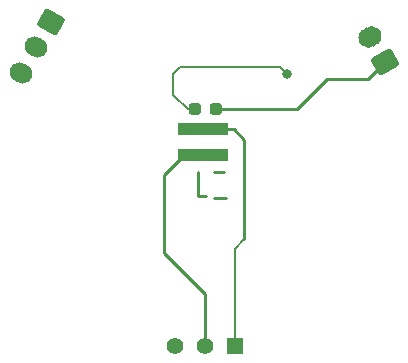
<source format=gbr>
%TF.GenerationSoftware,KiCad,Pcbnew,(6.0.8-1)-1*%
%TF.CreationDate,2022-11-30T21:50:01-05:00*%
%TF.ProjectId,Untitled,556e7469-746c-4656-942e-6b696361645f,rev?*%
%TF.SameCoordinates,Original*%
%TF.FileFunction,Copper,L1,Top*%
%TF.FilePolarity,Positive*%
%FSLAX46Y46*%
G04 Gerber Fmt 4.6, Leading zero omitted, Abs format (unit mm)*
G04 Created by KiCad (PCBNEW (6.0.8-1)-1) date 2022-11-30 21:50:01*
%MOMM*%
%LPD*%
G01*
G04 APERTURE LIST*
G04 Aperture macros list*
%AMRoundRect*
0 Rectangle with rounded corners*
0 $1 Rounding radius*
0 $2 $3 $4 $5 $6 $7 $8 $9 X,Y pos of 4 corners*
0 Add a 4 corners polygon primitive as box body*
4,1,4,$2,$3,$4,$5,$6,$7,$8,$9,$2,$3,0*
0 Add four circle primitives for the rounded corners*
1,1,$1+$1,$2,$3*
1,1,$1+$1,$4,$5*
1,1,$1+$1,$6,$7*
1,1,$1+$1,$8,$9*
0 Add four rect primitives between the rounded corners*
20,1,$1+$1,$2,$3,$4,$5,0*
20,1,$1+$1,$4,$5,$6,$7,0*
20,1,$1+$1,$6,$7,$8,$9,0*
20,1,$1+$1,$8,$9,$2,$3,0*%
%AMHorizOval*
0 Thick line with rounded ends*
0 $1 width*
0 $2 $3 position (X,Y) of the first rounded end (center of the circle)*
0 $4 $5 position (X,Y) of the second rounded end (center of the circle)*
0 Add line between two ends*
20,1,$1,$2,$3,$4,$5,0*
0 Add two circle primitives to create the rounded ends*
1,1,$1,$2,$3*
1,1,$1,$4,$5*%
G04 Aperture macros list end*
%TA.AperFunction,SMDPad,CuDef*%
%ADD10RoundRect,0.237500X-0.287500X-0.237500X0.287500X-0.237500X0.287500X0.237500X-0.287500X0.237500X0*%
%TD*%
%TA.AperFunction,SMDPad,CuDef*%
%ADD11R,4.300000X1.100000*%
%TD*%
%TA.AperFunction,ComponentPad*%
%ADD12RoundRect,0.250000X-0.327868X0.882115X-0.927868X-0.157115X0.327868X-0.882115X0.927868X0.157115X0*%
%TD*%
%TA.AperFunction,ComponentPad*%
%ADD13HorizOval,1.700000X-0.108253X0.062500X0.108253X-0.062500X0*%
%TD*%
%TA.AperFunction,ComponentPad*%
%ADD14R,1.397000X1.397000*%
%TD*%
%TA.AperFunction,ComponentPad*%
%ADD15C,1.397000*%
%TD*%
%TA.AperFunction,ComponentPad*%
%ADD16RoundRect,0.250000X0.949519X-0.144615X0.349519X0.894615X-0.949519X0.144615X-0.349519X-0.894615X0*%
%TD*%
%TA.AperFunction,ComponentPad*%
%ADD17HorizOval,1.700000X0.129904X0.075000X-0.129904X-0.075000X0*%
%TD*%
%TA.AperFunction,ViaPad*%
%ADD18C,0.800000*%
%TD*%
%TA.AperFunction,Conductor*%
%ADD19C,0.200000*%
%TD*%
%TA.AperFunction,Conductor*%
%ADD20C,0.250000*%
%TD*%
G04 APERTURE END LIST*
D10*
%TO.P,REF\u002A\u002A,1*%
%TO.N,N/C*%
X102865000Y-55200000D03*
%TO.P,REF\u002A\u002A,2*%
X104615000Y-55200000D03*
%TD*%
D11*
%TO.P,REF\u002A\u002A,1*%
%TO.N,N/C*%
X103490000Y-56910000D03*
%TO.P,REF\u002A\u002A,2*%
X103490000Y-59110000D03*
%TD*%
D12*
%TO.P,REF\u002A\u002A,1*%
%TO.N,N/C*%
X90600000Y-47800000D03*
D13*
%TO.P,REF\u002A\u002A,2*%
X89350000Y-49965064D03*
%TO.P,REF\u002A\u002A,3*%
X88100000Y-52130127D03*
%TD*%
D14*
%TO.P,REF\u002A\u002A,1*%
%TO.N,N/C*%
X106187500Y-75250100D03*
D15*
%TO.P,REF\u002A\u002A,2*%
X103647500Y-75250100D03*
%TO.P,REF\u002A\u002A,3*%
X101107500Y-75250100D03*
%TD*%
D16*
%TO.P,REF\u002A\u002A,1*%
%TO.N,N/C*%
X118879664Y-51220032D03*
D17*
%TO.P,REF\u002A\u002A,2*%
X117629664Y-49054968D03*
%TD*%
D18*
%TO.N,*%
X110600000Y-52200000D03*
%TD*%
D19*
%TO.N,*%
X110600000Y-52200000D02*
X110000000Y-51600000D01*
D20*
X103490000Y-59110000D02*
X101890000Y-59110000D01*
X101890000Y-59110000D02*
X100200000Y-60800000D01*
X114042316Y-52642316D02*
X117457380Y-52642316D01*
X100200000Y-67400000D02*
X103672500Y-70872500D01*
X103490000Y-56910000D02*
X106110000Y-56910000D01*
D19*
X101000000Y-54000000D02*
X102200000Y-55200000D01*
D20*
X111484632Y-55200000D02*
X114042316Y-52642316D01*
D19*
X110000000Y-51600000D02*
X101600000Y-51600000D01*
D20*
X103110000Y-62570000D02*
X103110000Y-60540000D01*
X103647500Y-70897500D02*
X103647500Y-75250100D01*
X104410000Y-60480000D02*
X105260000Y-60480000D01*
X117457380Y-52642316D02*
X118879664Y-51220032D01*
X104815000Y-55200000D02*
X111484632Y-55200000D01*
D19*
X102200000Y-55200000D02*
X102865000Y-55200000D01*
D20*
X104410000Y-62680000D02*
X105460000Y-62680000D01*
X106110000Y-56910000D02*
X107000000Y-57800000D01*
D19*
X101000000Y-52200000D02*
X101000000Y-54000000D01*
D20*
X103672500Y-70872500D02*
X103647500Y-70897500D01*
X103760000Y-62570000D02*
X103110000Y-62570000D01*
D19*
X101600000Y-51600000D02*
X101000000Y-52200000D01*
D20*
X100200000Y-60800000D02*
X100200000Y-67400000D01*
D19*
X106187500Y-75250100D02*
X106187500Y-67012500D01*
X106187500Y-67012500D02*
X107000000Y-66200000D01*
D20*
X107000000Y-57800000D02*
X107000000Y-66200000D01*
%TD*%
M02*

</source>
